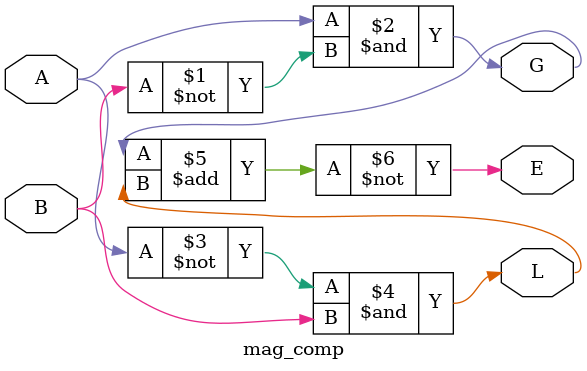
<source format=v>
module mag_comp(
    input A,B,
    output L,E,G
    );
	assign G=A&~B;
assign L=~A&B;
assign E=~(G+L);

endmodule

</source>
